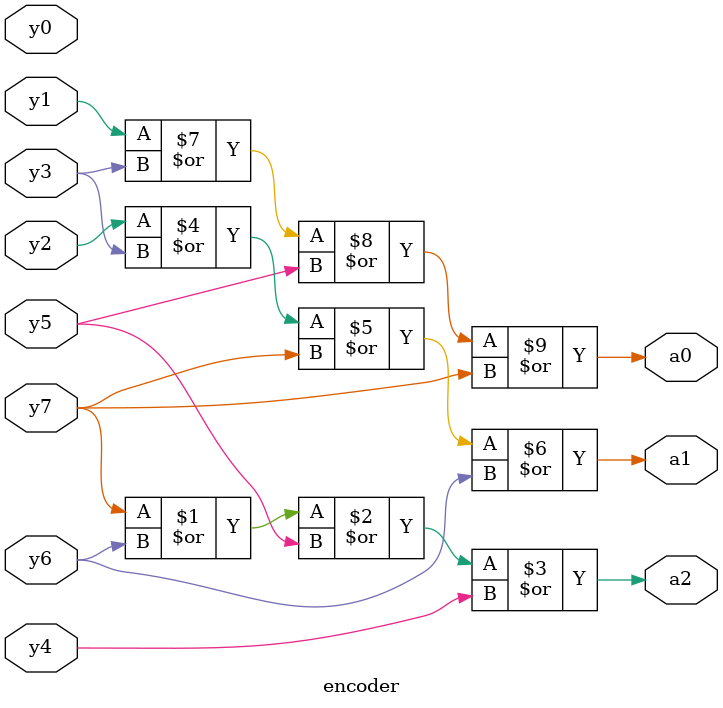
<source format=v>
`timescale 1ns / 1ps
module encoder(a2,a1,a0,y7,y6,y5,y4,y3,y2,y1,y0);
input y7,y6,y5,y4,y3,y2,y1,y0;
output a2,a1,a0;
assign a2=y7|y6|y5|y4;
assign a1=y2|y3|y7|y6;
assign a0=y1|y3|y5|y7;
endmodule

</source>
